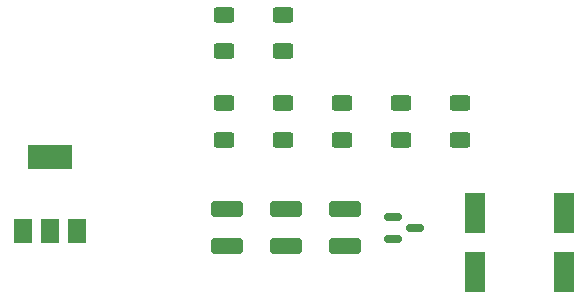
<source format=gbr>
%TF.GenerationSoftware,KiCad,Pcbnew,(6.99.0-3325-gcb6b2da55f)*%
%TF.CreationDate,2023-05-02T13:50:11+02:00*%
%TF.ProjectId,ac-control,61632d63-6f6e-4747-926f-6c2e6b696361,V1.0.0*%
%TF.SameCoordinates,Original*%
%TF.FileFunction,Paste,Bot*%
%TF.FilePolarity,Positive*%
%FSLAX46Y46*%
G04 Gerber Fmt 4.6, Leading zero omitted, Abs format (unit mm)*
G04 Created by KiCad (PCBNEW (6.99.0-3325-gcb6b2da55f)) date 2023-05-02 13:50:11*
%MOMM*%
%LPD*%
G01*
G04 APERTURE LIST*
G04 Aperture macros list*
%AMRoundRect*
0 Rectangle with rounded corners*
0 $1 Rounding radius*
0 $2 $3 $4 $5 $6 $7 $8 $9 X,Y pos of 4 corners*
0 Add a 4 corners polygon primitive as box body*
4,1,4,$2,$3,$4,$5,$6,$7,$8,$9,$2,$3,0*
0 Add four circle primitives for the rounded corners*
1,1,$1+$1,$2,$3*
1,1,$1+$1,$4,$5*
1,1,$1+$1,$6,$7*
1,1,$1+$1,$8,$9*
0 Add four rect primitives between the rounded corners*
20,1,$1+$1,$2,$3,$4,$5,0*
20,1,$1+$1,$4,$5,$6,$7,0*
20,1,$1+$1,$6,$7,$8,$9,0*
20,1,$1+$1,$8,$9,$2,$3,0*%
G04 Aperture macros list end*
%ADD10RoundRect,0.250000X1.100000X-0.412500X1.100000X0.412500X-1.100000X0.412500X-1.100000X-0.412500X0*%
%ADD11R,1.500000X2.000000*%
%ADD12R,3.800000X2.000000*%
%ADD13RoundRect,0.250000X-1.100000X0.412500X-1.100000X-0.412500X1.100000X-0.412500X1.100000X0.412500X0*%
%ADD14R,1.800000X3.500000*%
%ADD15RoundRect,0.250000X0.625000X-0.400000X0.625000X0.400000X-0.625000X0.400000X-0.625000X-0.400000X0*%
%ADD16RoundRect,0.150000X-0.587500X-0.150000X0.587500X-0.150000X0.587500X0.150000X-0.587500X0.150000X0*%
%ADD17RoundRect,0.250000X-0.625000X0.400000X-0.625000X-0.400000X0.625000X-0.400000X0.625000X0.400000X0*%
G04 APERTURE END LIST*
D10*
%TO.C,C3*%
X117500000Y-115062500D03*
X117500000Y-111937500D03*
%TD*%
D11*
%TO.C,U3*%
X104799999Y-113799999D03*
X102499999Y-113799999D03*
D12*
X102499999Y-107499999D03*
D11*
X100199999Y-113799999D03*
%TD*%
D13*
%TO.C,C1*%
X127500000Y-111937500D03*
X127500000Y-115062500D03*
%TD*%
D14*
%TO.C,D1*%
X145999999Y-117249999D03*
X145999999Y-112249999D03*
%TD*%
D10*
%TO.C,C2*%
X122500000Y-115062500D03*
X122500000Y-111937500D03*
%TD*%
D15*
%TO.C,R2*%
X132250000Y-106050000D03*
X132250000Y-102950000D03*
%TD*%
%TO.C,R3*%
X127250000Y-106050000D03*
X127250000Y-102950000D03*
%TD*%
D16*
%TO.C,Q1*%
X131562500Y-114450000D03*
X131562500Y-112550000D03*
X133437500Y-113500000D03*
%TD*%
D15*
%TO.C,R1*%
X137250000Y-106050000D03*
X137250000Y-102950000D03*
%TD*%
%TO.C,R6*%
X122250000Y-95450000D03*
X122250000Y-98550000D03*
%TD*%
D14*
%TO.C,D2*%
X138499999Y-117249999D03*
X138499999Y-112249999D03*
%TD*%
D17*
%TO.C,R7*%
X117250000Y-98550000D03*
X117250000Y-95450000D03*
%TD*%
D15*
%TO.C,R4*%
X122250000Y-102950000D03*
X122250000Y-106050000D03*
%TD*%
%TO.C,R5*%
X117250000Y-102950000D03*
X117250000Y-106050000D03*
%TD*%
M02*

</source>
